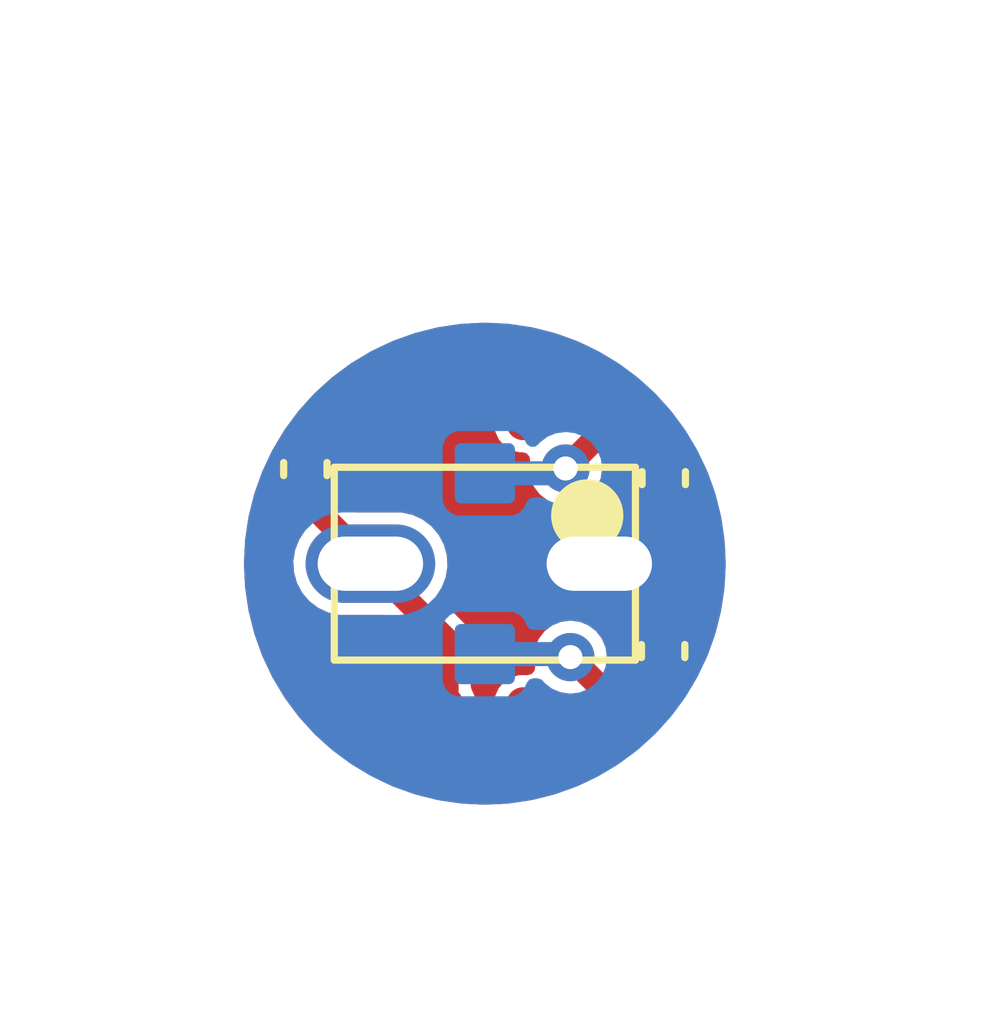
<source format=kicad_pcb>
(kicad_pcb (version 20221018) (generator pcbnew)
  (layers (0 "F.Cu" signal) (31 "B.Cu" signal) (34 "B.Paste" user) (35 "F.Paste" user) (36 "B.SilkS" user "B.Silkscreen") (37 "F.SilkS" user "F.Silkscreen") (38 "B.Mask" user) (39 "F.Mask" user) (44 "Edge.Cuts" user))
  (net 0 "")
  (net 1 "GND")
  (net 2 "/COS")
  (net 3 "/SIN")
  (net 4 "/3v3")
  (footprint "adapter-encoder:SOIC8-TLE5009" (layer "F.Cu") (at 142.035 95.25 -90)
    (fp_text reference "U2" hide)
    (fp_text value "TLE5009E1000FUMA1")
    (fp_line (start -1.6 -2.5) (end -1.6 2.5) (stroke (width 0.12)) (layer "F.SilkS"))
    (fp_line (start -1.6 -2.5) (end 1.6 -2.5) (stroke (width 0.12)) (layer "F.SilkS"))
    (fp_line (start -1.6 2.5) (end 1.6 2.5) (stroke (width 0.12)) (layer "F.SilkS"))
    (fp_line (start 1.6 -2.5) (end 1.6 2.5) (stroke (width 0.12)) (layer "F.SilkS"))
    (fp_circle (center -0.8 -1.7) (end -0.5 -1.7) (stroke (width 0.6)) (fill none) (layer "F.SilkS"))
    (pad "1" smd oval (at -2.625 -1.905) (size 0.55 1.15) (layers "F.Cu" "F.Paste" "F.Mask") (net 2 "/COS"))
    (pad "2" smd oval (at -2.625 -0.635) (size 0.55 1.15) (layers "F.Cu" "F.Paste" "F.Mask"))
    (pad "3" smd oval (at -2.625 0.635) (size 0.55 1.15) (layers "F.Cu" "F.Paste" "F.Mask") (net 1 "GND"))
    (pad "4" smd oval (at -2.625 1.905) (size 0.55 1.15) (layers "F.Cu" "F.Paste" "F.Mask") (net 1 "GND"))
    (pad "5" smd oval (at 2.625 1.905) (size 0.55 1.15) (layers "F.Cu" "F.Paste" "F.Mask"))
    (pad "6" smd oval (at 2.625 0.635) (size 0.55 1.15) (layers "F.Cu" "F.Paste" "F.Mask") (net 4 "/3v3"))
    (pad "7" smd oval (at 2.625 -0.635) (size 0.55 1.15) (layers "F.Cu" "F.Paste" "F.Mask"))
    (pad "8" smd oval (at 2.625 -1.905) (size 0.55 1.15) (layers "F.Cu" "F.Paste" "F.Mask") (net 3 "/SIN"))
  )
  (footprint "adapter-encoder:C_0402_1005Metric" (layer "F.Cu") (at 139.055 93.68 90)
    (fp_text reference "C1" hide)
    (fp_text value "100nF")
    (fp_line (start -0.107836 -0.36) (end 0.107836 -0.36) (stroke (width 0.12)) (layer "F.SilkS"))
    (fp_line (start -0.107836 0.36) (end 0.107836 0.36) (stroke (width 0.12)) (layer "F.SilkS"))
    (pad "1" smd roundrect (at -0.4 0 90) (size 0.4 0.5) (layers "F.Cu" "F.Paste" "F.Mask") (roundrect_rratio 0.0625) (net 4 "/3v3"))
    (pad "2" smd roundrect (at 0.4 0 90) (size 0.4 0.5) (layers "F.Cu" "F.Paste" "F.Mask") (roundrect_rratio 0.0625) (net 1 "GND"))
  )
  (footprint "adapter-encoder:C_0402_1005Metric" (layer "F.Cu") (at 144.995 96.7 90)
    (fp_text reference "C3" hide)
    (fp_text value "100nF")
    (fp_line (start -0.107836 -0.36) (end 0.107836 -0.36) (stroke (width 0.12)) (layer "F.SilkS"))
    (fp_line (start -0.107836 0.36) (end 0.107836 0.36) (stroke (width 0.12)) (layer "F.SilkS"))
    (pad "1" smd roundrect (at -0.4 0 90) (size 0.4 0.5) (layers "F.Cu" "F.Paste" "F.Mask") (roundrect_rratio 0.0625) (net 3 "/SIN"))
    (pad "2" smd roundrect (at 0.4 0 90) (size 0.4 0.5) (layers "F.Cu" "F.Paste" "F.Mask") (roundrect_rratio 0.0625) (net 1 "GND"))
  )
  (footprint "adapter-encoder:dogbone_slot" (layer "F.Cu") (at 143.935 95.25 180)
    (fp_text reference "M4" hide)
    (fp_text value "THRU_HOLE_PAD")
    (pad "1" thru_hole oval locked (at 0 0 180) (size 2.15 1.3) (drill oval 1.75 0.9) (layers "*.Cu" "*.Mask") (net 1 "GND"))
  )
  (footprint "adapter-encoder:C_0402_1005Metric" (layer "F.Cu") (at 145.005 93.83 -90)
    (fp_text reference "C2" hide)
    (fp_text value "100nF")
    (fp_line (start -0.107836 -0.36) (end 0.107836 -0.36) (stroke (width 0.12)) (layer "F.SilkS"))
    (fp_line (start -0.107836 0.36) (end 0.107836 0.36) (stroke (width 0.12)) (layer "F.SilkS"))
    (pad "1" smd roundrect (at -0.4 0 270) (size 0.4 0.5) (layers "F.Cu" "F.Paste" "F.Mask") (roundrect_rratio 0.0625) (net 2 "/COS"))
    (pad "2" smd roundrect (at 0.4 0 270) (size 0.4 0.5) (layers "F.Cu" "F.Paste" "F.Mask") (roundrect_rratio 0.0625) (net 1 "GND"))
  )
  (footprint "adapter-encoder:dogbone_slot" (layer "F.Cu") (at 140.135 95.25 180)
    (fp_text reference "M1" hide)
    (fp_text value "THRU_HOLE_PAD")
    (pad "1" thru_hole oval locked (at 0 0 180) (size 2.15 1.3) (drill oval 1.75 0.9) (layers "*.Cu" "*.Mask") (net 4 "/3v3"))
  )
  (footprint "adapter-encoder:dogbone_pad" (layer "B.Cu") (at 142.035 96.75 -90)
    (fp_text reference "M3" hide)
    (fp_text value "THRU_HOLE_PAD")
    (pad "1" smd roundrect locked (at 0 0 270) (size 1 1) (layers "B.Cu" "B.Paste" "B.Mask") (roundrect_rratio 0.1) (net 3 "/SIN"))
  )
  (footprint "adapter-encoder:dogbone_pad" (layer "B.Cu") (at 142.035 93.75 -90)
    (fp_text reference "M2" hide)
    (fp_text value "THRU_HOLE_PAD")
    (pad "1" smd roundrect locked (at 0 0 270) (size 1 1) (layers "B.Cu" "B.Paste" "B.Mask") (roundrect_rratio 0.1) (net 2 "/COS"))
  )
  (gr_circle locked (center 142.035 95.25) (end 146.035 95.25) (stroke (width 0.001)) (fill none) (layer "Edge.Cuts"))
  (segment (start 143.94 92.625) (end 143.94 93.105) (width 0.4) (layer "F.Cu") (net 2))
  (segment (start 144.2 92.625) (end 145.005 93.43) (width 0.4) (layer "F.Cu") (net 2))
  (segment (start 143.94 93.105) (end 143.375 93.67) (width 0.4) (layer "F.Cu") (net 2))
  (segment (start 143.94 92.625) (end 144.2 92.625) (width 0.4) (layer "F.Cu") (net 2))
  (via (at 143.375 93.67) (size 0.8) (drill 0.4) (layers "F.Cu" "B.Cu") (net 2))
  (segment (start 142.035 93.75) (end 143.295 93.75) (width 0.4) (layer "B.Cu") (net 2))
  (segment (start 143.295 93.75) (end 143.375 93.67) (width 0.4) (layer "B.Cu") (net 2))
  (segment (start 144.22 97.875) (end 143.94 97.875) (width 0.4) (layer "F.Cu") (net 3))
  (segment (start 143.94 97.285) (end 143.455 96.8) (width 0.4) (layer "F.Cu") (net 3))
  (segment (start 143.94 97.875) (end 143.94 97.285) (width 0.4) (layer "F.Cu") (net 3))
  (segment (start 144.995 97.1) (end 144.22 97.875) (width 0.4) (layer "F.Cu") (net 3))
  (via (at 143.455 96.8) (size 0.8) (drill 0.4) (layers "F.Cu" "B.Cu") (net 3))
  (segment (start 142.035 96.75) (end 143.405 96.75) (width 0.4) (layer "B.Cu") (net 3))
  (segment (start 143.405 96.75) (end 143.455 96.8) (width 0.4) (layer "B.Cu") (net 3))
  (segment (start 139.055 94.08) (end 139.055 94.17) (width 0.4) (layer "F.Cu") (net 4))
  (segment (start 141.4 96.515) (end 140.135 95.25) (width 0.4) (layer "F.Cu") (net 4))
  (segment (start 139.055 94.17) (end 140.135 95.25) (width 0.4) (layer "F.Cu") (net 4))
  (segment (start 141.4 97.875) (end 141.4 96.515) (width 0.4) (layer "F.Cu") (net 4))
  (zone (net 1) (net_name "GND") (layers "F&B.Cu") (connect_pads yes (clearance 0.1524)) (min_thickness 0.25) (fill yes (thermal_gap 0.5) (thermal_bridge_width 0.5))
    (polygon (pts (xy 135.785 90.31) (xy 148.035 90.31) (xy 148.035 100.49) (xy 135.765 100.51)))
  )
)
</source>
